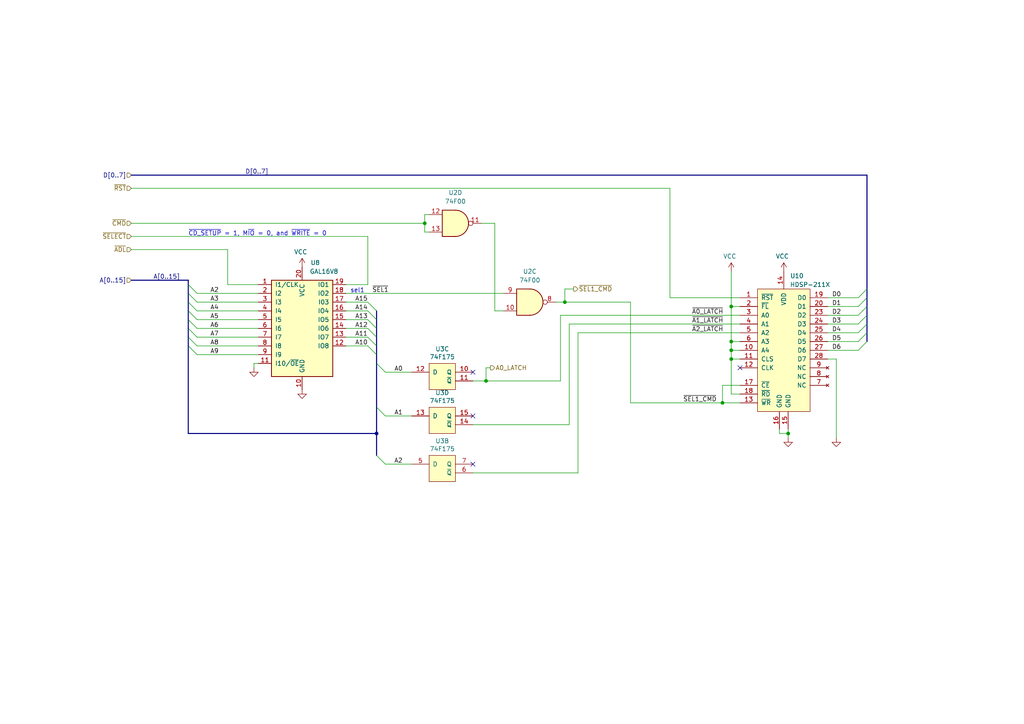
<source format=kicad_sch>
(kicad_sch (version 20211123) (generator eeschema)
  (paper "A4")
  (title_block (title "MC Mechanic") (company "(C) 2022 Tube Time") (comment 1 "http://creativecommons.org/licenses/by-sa/4.0/") (comment 2 "To view a copy of this license, visit") (comment 3 "Attribution-ShareAlike 4.0 International License.") (comment 4 "This work is licensed under the Creative Commons"))
  (lib_symbols
    (symbol "74xx:74LS00" (pin_names (offset 1.016))
      (property "Reference" "U" (at 0 1.27 0))
      (property "Value" "74LS00" (at 0 -1.27 0))
      (symbol "74LS00_1_1"
        (arc (start 0 -3.81) (mid 3.81 0) (end 0 3.81) (stroke (width 0.254)) (fill (type background)))
        (polyline (pts (xy 0 3.81) (xy -3.81 3.81) (xy -3.81 -3.81) (xy 0 -3.81)) (stroke (width 0.254)) (fill (type background)))
        (pin input line (at -7.62 2.54 0) (length 3.81) (name "~") (number "1"))
        (pin input line (at -7.62 -2.54 0) (length 3.81) (name "~") (number "2"))
        (pin output inverted (at 7.62 0 180) (length 3.81) (name "~") (number "3"))
      )
      (symbol "74LS00_1_2"
        (arc (start -3.81 -3.81) (mid -2.589 0) (end -3.81 3.81) (stroke (width 0.254)))
        (arc (start -0.6096 -3.81) (mid 2.1855 -2.584) (end 3.81 0) (stroke (width 0.254)) (fill (type background)))
        (polyline (pts (xy -3.81 -3.81) (xy -0.635 -3.81)) (stroke (width 0.254)) (fill (type background)))
        (polyline (pts (xy -3.81 3.81) (xy -0.635 3.81)) (stroke (width 0.254)) (fill (type background)))
        (polyline (pts (xy -0.635 3.81) (xy -3.81 3.81) (xy -3.81 3.81) (xy -3.556 3.4036) (xy -3.0226 2.2606) (xy -2.6924 1.0414) (xy -2.6162 -0.254) (xy -2.7686 -1.4986) (xy -3.175 -2.7178) (xy -3.81 -3.81) (xy -3.81 -3.81) (xy -0.635 -3.81)) (stroke (width -25.4)) (fill (type background)))
        (arc (start 3.81 0) (mid 2.1928 2.5925) (end -0.6096 3.81) (stroke (width 0.254)) (fill (type background)))
        (pin input inverted (at -7.62 2.54 0) (length 4.318) (name "~") (number "1"))
        (pin input inverted (at -7.62 -2.54 0) (length 4.318) (name "~") (number "2"))
        (pin output line (at 7.62 0 180) (length 3.81) (name "~") (number "3"))
      )
      (symbol "74LS00_2_1"
        (arc (start 0 -3.81) (mid 3.81 0) (end 0 3.81) (stroke (width 0.254)) (fill (type background)))
        (polyline (pts (xy 0 3.81) (xy -3.81 3.81) (xy -3.81 -3.81) (xy 0 -3.81)) (stroke (width 0.254)) (fill (type background)))
        (pin input line (at -7.62 2.54 0) (length 3.81) (name "~") (number "4"))
        (pin input line (at -7.62 -2.54 0) (length 3.81) (name "~") (number "5"))
        (pin output inverted (at 7.62 0 180) (length 3.81) (name "~") (number "6"))
      )
      (symbol "74LS00_2_2"
        (arc (start -3.81 -3.81) (mid -2.589 0) (end -3.81 3.81) (stroke (width 0.254)))
        (arc (start -0.6096 -3.81) (mid 2.1855 -2.584) (end 3.81 0) (stroke (width 0.254)) (fill (type background)))
        (polyline (pts (xy -3.81 -3.81) (xy -0.635 -3.81)) (stroke (width 0.254)) (fill (type background)))
        (polyline (pts (xy -3.81 3.81) (xy -0.635 3.81)) (stroke (width 0.254)) (fill (type background)))
        (polyline (pts (xy -0.635 3.81) (xy -3.81 3.81) (xy -3.81 3.81) (xy -3.556 3.4036) (xy -3.0226 2.2606) (xy -2.6924 1.0414) (xy -2.6162 -0.254) (xy -2.7686 -1.4986) (xy -3.175 -2.7178) (xy -3.81 -3.81) (xy -3.81 -3.81) (xy -0.635 -3.81)) (stroke (width -25.4)) (fill (type background)))
        (arc (start 3.81 0) (mid 2.1928 2.5925) (end -0.6096 3.81) (stroke (width 0.254)) (fill (type background)))
        (pin input inverted (at -7.62 2.54 0) (length 4.318) (name "~") (number "4"))
        (pin input inverted (at -7.62 -2.54 0) (length 4.318) (name "~") (number "5"))
        (pin output line (at 7.62 0 180) (length 3.81) (name "~") (number "6"))
      )
      (symbol "74LS00_3_1"
        (arc (start 0 -3.81) (mid 3.81 0) (end 0 3.81) (stroke (width 0.254)) (fill (type background)))
        (polyline (pts (xy 0 3.81) (xy -3.81 3.81) (xy -3.81 -3.81) (xy 0 -3.81)) (stroke (width 0.254)) (fill (type background)))
        (pin input line (at -7.62 -2.54 0) (length 3.81) (name "~") (number "10"))
        (pin output inverted (at 7.62 0 180) (length 3.81) (name "~") (number "8"))
        (pin input line (at -7.62 2.54 0) (length 3.81) (name "~") (number "9"))
      )
      (symbol "74LS00_3_2"
        (arc (start -3.81 -3.81) (mid -2.589 0) (end -3.81 3.81) (stroke (width 0.254)))
        (arc (start -0.6096 -3.81) (mid 2.1855 -2.584) (end 3.81 0) (stroke (width 0.254)) (fill (type background)))
        (polyline (pts (xy -3.81 -3.81) (xy -0.635 -3.81)) (stroke (width 0.254)) (fill (type background)))
        (polyline (pts (xy -3.81 3.81) (xy -0.635 3.81)) (stroke (width 0.254)) (fill (type background)))
        (polyline (pts (xy -0.635 3.81) (xy -3.81 3.81) (xy -3.81 3.81) (xy -3.556 3.4036) (xy -3.0226 2.2606) (xy -2.6924 1.0414) (xy -2.6162 -0.254) (xy -2.7686 -1.4986) (xy -3.175 -2.7178) (xy -3.81 -3.81) (xy -3.81 -3.81) (xy -0.635 -3.81)) (stroke (width -25.4)) (fill (type background)))
        (arc (start 3.81 0) (mid 2.1928 2.5925) (end -0.6096 3.81) (stroke (width 0.254)) (fill (type background)))
        (pin input inverted (at -7.62 -2.54 0) (length 4.318) (name "~") (number "10"))
        (pin output line (at 7.62 0 180) (length 3.81) (name "~") (number "8"))
        (pin input inverted (at -7.62 2.54 0) (length 4.318) (name "~") (number "9"))
      )
      (symbol "74LS00_4_1"
        (arc (start 0 -3.81) (mid 3.81 0) (end 0 3.81) (stroke (width 0.254)) (fill (type background)))
        (polyline (pts (xy 0 3.81) (xy -3.81 3.81) (xy -3.81 -3.81) (xy 0 -3.81)) (stroke (width 0.254)) (fill (type background)))
        (pin output inverted (at 7.62 0 180) (length 3.81) (name "~") (number "11"))
        (pin input line (at -7.62 2.54 0) (length 3.81) (name "~") (number "12"))
        (pin input line (at -7.62 -2.54 0) (length 3.81) (name "~") (number "13"))
      )
      (symbol "74LS00_4_2"
        (arc (start -3.81 -3.81) (mid -2.589 0) (end -3.81 3.81) (stroke (width 0.254)))
        (arc (start -0.6096 -3.81) (mid 2.1855 -2.584) (end 3.81 0) (stroke (width 0.254)) (fill (type background)))
        (polyline (pts (xy -3.81 -3.81) (xy -0.635 -3.81)) (stroke (width 0.254)) (fill (type background)))
        (polyline (pts (xy -3.81 3.81) (xy -0.635 3.81)) (stroke (width 0.254)) (fill (type background)))
        (polyline (pts (xy -0.635 3.81) (xy -3.81 3.81) (xy -3.81 3.81) (xy -3.556 3.4036) (xy -3.0226 2.2606) (xy -2.6924 1.0414) (xy -2.6162 -0.254) (xy -2.7686 -1.4986) (xy -3.175 -2.7178) (xy -3.81 -3.81) (xy -3.81 -3.81) (xy -0.635 -3.81)) (stroke (width -25.4)) (fill (type background)))
        (arc (start 3.81 0) (mid 2.1928 2.5925) (end -0.6096 3.81) (stroke (width 0.254)) (fill (type background)))
        (pin output line (at 7.62 0 180) (length 3.81) (name "~") (number "11"))
        (pin input inverted (at -7.62 2.54 0) (length 4.318) (name "~") (number "12"))
        (pin input inverted (at -7.62 -2.54 0) (length 4.318) (name "~") (number "13"))
      )
      (symbol "74LS00_5_0"
        (pin power_in line (at 0 12.7 270) (length 5.08) (name "VCC") (number "14"))
        (pin power_in line (at 0 -12.7 90) (length 5.08) (name "GND") (number "7"))
      )
      (symbol "74LS00_5_1"
        (rectangle (start -5.08 7.62) (end 5.08 -7.62) (stroke (width 0.254)) (fill (type background)))
      )
    )
    (symbol "Logic_Programmable:GAL16V8" (pin_names (offset 1.016))
      (property "Reference" "U" (at -8.89 16.51 0))
      (property "Value" "GAL16V8" (at 1.27 16.51 0))
      (symbol "GAL16V8_0_0"
        (pin power_in line (at 0 -17.78 90) (length 3.81) (name "GND") (number "10"))
        (pin power_in line (at 0 17.78 270) (length 3.81) (name "VCC") (number "20"))
      )
      (symbol "GAL16V8_0_1"
        (rectangle (start -8.89 13.97) (end 8.89 -13.97) (stroke (width 0.254)) (fill (type background)))
      )
      (symbol "GAL16V8_1_1"
        (pin input line (at -12.7 12.7 0) (length 3.81) (name "I1/CLK") (number "1"))
        (pin input line (at -12.7 -10.16 0) (length 3.81) (name "I10/~{OE}") (number "11"))
        (pin tri_state line (at 12.7 -5.08 180) (length 3.81) (name "IO8") (number "12"))
        (pin tri_state line (at 12.7 -2.54 180) (length 3.81) (name "IO7") (number "13"))
        (pin tri_state line (at 12.7 0 180) (length 3.81) (name "IO6") (number "14"))
        (pin tri_state line (at 12.7 2.54 180) (length 3.81) (name "IO5") (number "15"))
        (pin tri_state line (at 12.7 5.08 180) (length 3.81) (name "IO4") (number "16"))
        (pin tri_state line (at 12.7 7.62 180) (length 3.81) (name "I03") (number "17"))
        (pin tri_state line (at 12.7 10.16 180) (length 3.81) (name "IO2") (number "18"))
        (pin tri_state line (at 12.7 12.7 180) (length 3.81) (name "IO1") (number "19"))
        (pin input line (at -12.7 10.16 0) (length 3.81) (name "I2") (number "2"))
        (pin input line (at -12.7 7.62 0) (length 3.81) (name "I3") (number "3"))
        (pin input line (at -12.7 5.08 0) (length 3.81) (name "I4") (number "4"))
        (pin input line (at -12.7 2.54 0) (length 3.81) (name "I5") (number "5"))
        (pin input line (at -12.7 0 0) (length 3.81) (name "I6") (number "6"))
        (pin input line (at -12.7 -2.54 0) (length 3.81) (name "I7") (number "7"))
        (pin input line (at -12.7 -5.08 0) (length 3.81) (name "I8") (number "8"))
        (pin input line (at -12.7 -7.62 0) (length 3.81) (name "I9") (number "9"))
      )
    )
    (symbol "discretes_new:HDSP-211X" (pin_names (offset 1.016))
      (property "Reference" "U" (at 15.24 3.81 0))
      (property "Value" "HDSP-211X" (at 19.05 1.27 0))
      (symbol "HDSP-211X_0_1"
        (rectangle (start 0 0) (end 15.24 -35.56) (fill (type background)))
      )
      (symbol "HDSP-211X_1_1"
        (pin input line (at -5.08 -2.54 0) (length 5.08) (name "~{RST}") (number "1"))
        (pin input line (at -5.08 -17.78 0) (length 5.08) (name "A4") (number "10"))
        (pin input line (at -5.08 -20.32 0) (length 5.08) (name "CLS") (number "11"))
        (pin input line (at -5.08 -22.86 0) (length 5.08) (name "CLK") (number "12"))
        (pin input line (at -5.08 -33.02 0) (length 5.08) (name "~{WR}") (number "13"))
        (pin power_in line (at 7.62 5.08 270) (length 5.08) (name "VDD") (number "14"))
        (pin power_in line (at 8.89 -40.64 90) (length 5.08) (name "GND") (number "15"))
        (pin power_in line (at 6.35 -40.64 90) (length 5.08) (name "GND") (number "16"))
        (pin input line (at -5.08 -27.94 0) (length 5.08) (name "~{CE}") (number "17"))
        (pin input line (at -5.08 -30.48 0) (length 5.08) (name "~{RD}") (number "18"))
        (pin bidirectional line (at 20.32 -2.54 180) (length 5.08) (name "D0") (number "19"))
        (pin input line (at -5.08 -5.08 0) (length 5.08) (name "~{FL}") (number "2"))
        (pin bidirectional line (at 20.32 -5.08 180) (length 5.08) (name "D1") (number "20"))
        (pin bidirectional line (at 20.32 -7.62 180) (length 5.08) (name "D2") (number "23"))
        (pin bidirectional line (at 20.32 -10.16 180) (length 5.08) (name "D3") (number "24"))
        (pin bidirectional line (at 20.32 -12.7 180) (length 5.08) (name "D4") (number "25"))
        (pin bidirectional line (at 20.32 -15.24 180) (length 5.08) (name "D5") (number "26"))
        (pin bidirectional line (at 20.32 -17.78 180) (length 5.08) (name "D6") (number "27"))
        (pin bidirectional line (at 20.32 -20.32 180) (length 5.08) (name "D7") (number "28"))
        (pin input line (at -5.08 -7.62 0) (length 5.08) (name "A0") (number "3"))
        (pin input line (at -5.08 -10.16 0) (length 5.08) (name "A1") (number "4"))
        (pin input line (at -5.08 -12.7 0) (length 5.08) (name "A2") (number "5"))
        (pin input line (at -5.08 -15.24 0) (length 5.08) (name "A3") (number "6"))
        (pin no_connect line (at 20.32 -27.94 180) (length 5.08) (name "NC") (number "7"))
        (pin no_connect line (at 20.32 -25.4 180) (length 5.08) (name "NC") (number "8"))
        (pin no_connect line (at 20.32 -22.86 180) (length 5.08) (name "NC") (number "9"))
      )
    )
    (symbol "logic:74X175" (pin_names (offset 1.016))
      (property "Reference" "U" (at 8.89 3.81 0))
      (property "Value" "74X175" (at 11.43 1.27 0))
      (symbol "74X175_1_1"
        (rectangle (start 0 0) (end 7.62 -7.62) (fill (type background)))
        (pin output line (at 12.7 -2.54 180) (length 5.08) (name "Q") (number "2"))
        (pin output line (at 12.7 -5.08 180) (length 5.08) (name "~{Q}") (number "3"))
        (pin input line (at -5.08 -2.54 0) (length 5.08) (name "D") (number "4"))
      )
      (symbol "74X175_2_1"
        (rectangle (start 0 0) (end 7.62 -7.62) (fill (type background)))
        (pin input line (at -5.08 -2.54 0) (length 5.08) (name "D") (number "5"))
        (pin output line (at 12.7 -5.08 180) (length 5.08) (name "~{Q}") (number "6"))
        (pin output line (at 12.7 -2.54 180) (length 5.08) (name "Q") (number "7"))
      )
      (symbol "74X175_3_1"
        (rectangle (start 0 0) (end 7.62 -7.62) (fill (type background)))
        (pin output line (at 12.7 -2.54 180) (length 5.08) (name "Q") (number "10"))
        (pin output line (at 12.7 -5.08 180) (length 5.08) (name "~{Q}") (number "11"))
        (pin input line (at -5.08 -2.54 0) (length 5.08) (name "D") (number "12"))
      )
      (symbol "74X175_4_1"
        (rectangle (start 0 0) (end 7.62 -7.62) (fill (type background)))
        (pin input line (at -5.08 -2.54 0) (length 5.08) (name "D") (number "13"))
        (pin output line (at 12.7 -5.08 180) (length 5.08) (name "~{Q}") (number "14"))
        (pin output line (at 12.7 -2.54 180) (length 5.08) (name "Q") (number "15"))
      )
      (symbol "74X175_5_1"
        (rectangle (start 0 0) (end 11.43 -11.43) (fill (type background)))
        (pin input line (at -5.08 -7.62 0) (length 5.08) (name "~{MR}") (number "1"))
        (pin power_in line (at 6.35 5.08 270) (length 5.08) (name "VCC") (number "16"))
        (pin power_in line (at 6.35 -16.51 90) (length 5.08) (name "GND") (number "8"))
        (pin input clock (at -5.08 -5.08 0) (length 5.08) (name "CP") (number "9"))
      )
    )
    (symbol "power:GND" (power) (pin_names (offset 0))
      (property "Value" "GND" (at 0 -3.81 0))
      (symbol "GND_0_1"
        (polyline (pts (xy 0 0) (xy 0 -1.27) (xy 1.27 -1.27) (xy 0 -2.54) (xy -1.27 -1.27) (xy 0 -1.27)))
      )
      (symbol "GND_1_1"
        (pin power_in line (at 0 0 270) (length 0) hide (name "GND") (number "1"))
      )
    )
    (symbol "power:VCC" (power) (pin_names (offset 0))
      (property "Value" "VCC" (at 0 3.81 0))
      (symbol "VCC_0_1"
        (polyline (pts (xy -0.762 1.27) (xy 0 2.54)))
        (polyline (pts (xy 0 0) (xy 0 2.54)))
        (polyline (pts (xy 0 2.54) (xy 0.762 1.27)))
      )
      (symbol "VCC_1_1"
        (pin power_in line (at 0 0 90) (length 0) hide (name "VCC") (number "1"))
      )
    )
  )
  (junction (at 228.6 125.73))
  (junction (at 123.19 64.77))
  (junction (at 212.09 99.06))
  (junction (at 212.09 88.9))
  (junction (at 109.22 125.73))
  (junction (at 140.97 110.49))
  (junction (at 163.83 87.63))
  (junction (at 209.55 116.84))
  (junction (at 212.09 104.14))
  (junction (at 212.09 101.6))
  (no_connect (at 137.16 120.65))
  (no_connect (at 137.16 107.95))
  (no_connect (at 214.63 106.68))
  (no_connect (at 137.16 134.62))
  (bus_entry (at 54.61 87.63) (size 2.54 2.54))
  (bus_entry (at 109.22 105.41) (size 2.54 2.54))
  (bus_entry (at 248.92 96.52) (size 2.54 -2.54))
  (bus_entry (at 248.92 86.36) (size 2.54 -2.54))
  (bus_entry (at 248.92 101.6) (size 2.54 -2.54))
  (bus_entry (at 54.61 85.09) (size 2.54 2.54))
  (bus_entry (at 248.92 91.44) (size 2.54 -2.54))
  (bus_entry (at 248.92 88.9) (size 2.54 -2.54))
  (bus_entry (at 106.68 100.33) (size 2.54 2.54))
  (bus_entry (at 106.68 95.25) (size 2.54 2.54))
  (bus_entry (at 54.61 95.25) (size 2.54 2.54))
  (bus_entry (at 106.68 90.17) (size 2.54 2.54))
  (bus_entry (at 106.68 97.79) (size 2.54 2.54))
  (bus_entry (at 106.68 87.63) (size 2.54 2.54))
  (bus_entry (at 54.61 82.55) (size 2.54 2.54))
  (bus_entry (at 109.22 132.08) (size 2.54 2.54))
  (bus_entry (at 54.61 97.79) (size 2.54 2.54))
  (bus_entry (at 248.92 99.06) (size 2.54 -2.54))
  (bus_entry (at 54.61 92.71) (size 2.54 2.54))
  (bus_entry (at 54.61 100.33) (size 2.54 2.54))
  (bus_entry (at 54.61 90.17) (size 2.54 2.54))
  (bus_entry (at 106.68 92.71) (size 2.54 2.54))
  (bus_entry (at 248.92 93.98) (size 2.54 -2.54))
  (bus_entry (at 109.22 118.11) (size 2.54 2.54))
  (bus (pts (xy 109.22 105.41) (xy 109.22 118.11)))
  (wire (pts (xy 226.06 125.73) (xy 226.06 124.46)))
  (wire (pts (xy 163.83 83.82) (xy 163.83 87.63)))
  (wire (pts (xy 228.6 127) (xy 228.6 125.73)))
  (bus (pts (xy 54.61 90.17) (xy 54.61 92.71)))
  (wire (pts (xy 100.33 85.09) (xy 146.05 85.09)))
  (wire (pts (xy 214.63 101.6) (xy 212.09 101.6)))
  (wire (pts (xy 209.55 116.84) (xy 214.63 116.84)))
  (wire (pts (xy 66.04 82.55) (xy 74.93 82.55)))
  (bus (pts (xy 54.61 81.28) (xy 54.61 82.55)))
  (wire (pts (xy 212.09 88.9) (xy 212.09 78.74)))
  (bus (pts (xy 54.61 85.09) (xy 54.61 87.63)))
  (wire (pts (xy 214.63 88.9) (xy 212.09 88.9)))
  (wire (pts (xy 240.03 91.44) (xy 248.92 91.44)))
  (bus (pts (xy 38.1 50.8) (xy 251.46 50.8)))
  (wire (pts (xy 106.68 68.58) (xy 106.68 82.55)))
  (wire (pts (xy 38.1 64.77) (xy 123.19 64.77)))
  (wire (pts (xy 165.1 93.98) (xy 214.63 93.98)))
  (wire (pts (xy 214.63 91.44) (xy 162.56 91.44)))
  (wire (pts (xy 111.76 107.95) (xy 119.38 107.95)))
  (bus (pts (xy 251.46 83.82) (xy 251.46 50.8)))
  (bus (pts (xy 54.61 125.73) (xy 109.22 125.73)))
  (bus (pts (xy 109.22 125.73) (xy 109.22 132.08)))
  (wire (pts (xy 214.63 104.14) (xy 212.09 104.14)))
  (wire (pts (xy 100.33 82.55) (xy 106.68 82.55)))
  (wire (pts (xy 228.6 125.73) (xy 226.06 125.73)))
  (wire (pts (xy 209.55 111.76) (xy 214.63 111.76)))
  (wire (pts (xy 242.57 104.14) (xy 242.57 127)))
  (wire (pts (xy 123.19 67.31) (xy 124.46 67.31)))
  (wire (pts (xy 111.76 134.62) (xy 119.38 134.62)))
  (wire (pts (xy 165.1 93.98) (xy 165.1 123.19)))
  (wire (pts (xy 57.15 95.25) (xy 74.93 95.25)))
  (wire (pts (xy 143.51 90.17) (xy 146.05 90.17)))
  (bus (pts (xy 109.22 100.33) (xy 109.22 102.87)))
  (wire (pts (xy 209.55 116.84) (xy 182.88 116.84)))
  (wire (pts (xy 209.55 116.84) (xy 209.55 111.76)))
  (bus (pts (xy 109.22 90.17) (xy 109.22 92.71)))
  (bus (pts (xy 251.46 96.52) (xy 251.46 99.06)))
  (bus (pts (xy 54.61 92.71) (xy 54.61 95.25)))
  (wire (pts (xy 161.29 87.63) (xy 163.83 87.63)))
  (wire (pts (xy 240.03 86.36) (xy 248.92 86.36)))
  (wire (pts (xy 100.33 97.79) (xy 106.68 97.79)))
  (wire (pts (xy 73.66 105.41) (xy 73.66 106.68)))
  (bus (pts (xy 251.46 86.36) (xy 251.46 88.9)))
  (bus (pts (xy 109.22 97.79) (xy 109.22 100.33)))
  (wire (pts (xy 38.1 54.61) (xy 194.31 54.61)))
  (wire (pts (xy 74.93 102.87) (xy 57.15 102.87)))
  (wire (pts (xy 123.19 64.77) (xy 123.19 62.23)))
  (wire (pts (xy 240.03 93.98) (xy 248.92 93.98)))
  (wire (pts (xy 142.24 106.68) (xy 140.97 106.68)))
  (bus (pts (xy 109.22 102.87) (xy 109.22 105.41)))
  (wire (pts (xy 182.88 116.84) (xy 182.88 87.63)))
  (wire (pts (xy 137.16 110.49) (xy 140.97 110.49)))
  (wire (pts (xy 212.09 104.14) (xy 212.09 101.6)))
  (bus (pts (xy 54.61 97.79) (xy 54.61 100.33)))
  (wire (pts (xy 212.09 101.6) (xy 212.09 99.06)))
  (wire (pts (xy 240.03 101.6) (xy 248.92 101.6)))
  (wire (pts (xy 66.04 72.39) (xy 66.04 82.55)))
  (wire (pts (xy 100.33 87.63) (xy 106.68 87.63)))
  (wire (pts (xy 214.63 99.06) (xy 212.09 99.06)))
  (wire (pts (xy 240.03 88.9) (xy 248.92 88.9)))
  (wire (pts (xy 139.7 64.77) (xy 143.51 64.77)))
  (wire (pts (xy 57.15 100.33) (xy 74.93 100.33)))
  (wire (pts (xy 74.93 92.71) (xy 57.15 92.71)))
  (wire (pts (xy 167.64 96.52) (xy 167.64 137.16)))
  (wire (pts (xy 38.1 72.39) (xy 66.04 72.39)))
  (wire (pts (xy 212.09 114.3) (xy 212.09 104.14)))
  (wire (pts (xy 240.03 99.06) (xy 248.92 99.06)))
  (bus (pts (xy 251.46 88.9) (xy 251.46 91.44)))
  (bus (pts (xy 54.61 82.55) (xy 54.61 85.09)))
  (bus (pts (xy 109.22 95.25) (xy 109.22 97.79)))
  (bus (pts (xy 109.22 118.11) (xy 109.22 125.73)))
  (wire (pts (xy 57.15 85.09) (xy 74.93 85.09)))
  (wire (pts (xy 106.68 90.17) (xy 100.33 90.17)))
  (bus (pts (xy 251.46 91.44) (xy 251.46 93.98)))
  (bus (pts (xy 109.22 92.71) (xy 109.22 95.25)))
  (bus (pts (xy 251.46 93.98) (xy 251.46 96.52)))
  (wire (pts (xy 162.56 91.44) (xy 162.56 110.49)))
  (bus (pts (xy 54.61 95.25) (xy 54.61 97.79)))
  (bus (pts (xy 54.61 81.28) (xy 38.1 81.28)))
  (wire (pts (xy 240.03 104.14) (xy 242.57 104.14)))
  (wire (pts (xy 123.19 62.23) (xy 124.46 62.23)))
  (bus (pts (xy 251.46 83.82) (xy 251.46 86.36)))
  (wire (pts (xy 74.93 97.79) (xy 57.15 97.79)))
  (wire (pts (xy 214.63 96.52) (xy 167.64 96.52)))
  (wire (pts (xy 137.16 137.16) (xy 167.64 137.16)))
  (wire (pts (xy 194.31 86.36) (xy 194.31 54.61)))
  (wire (pts (xy 100.33 95.25) (xy 106.68 95.25)))
  (wire (pts (xy 57.15 87.63) (xy 74.93 87.63)))
  (wire (pts (xy 74.93 90.17) (xy 57.15 90.17)))
  (wire (pts (xy 137.16 123.19) (xy 165.1 123.19)))
  (bus (pts (xy 54.61 87.63) (xy 54.61 90.17)))
  (wire (pts (xy 166.37 83.82) (xy 163.83 83.82)))
  (wire (pts (xy 143.51 64.77) (xy 143.51 90.17)))
  (wire (pts (xy 100.33 92.71) (xy 106.68 92.71)))
  (wire (pts (xy 228.6 125.73) (xy 228.6 124.46)))
  (wire (pts (xy 240.03 96.52) (xy 248.92 96.52)))
  (wire (pts (xy 214.63 86.36) (xy 194.31 86.36)))
  (wire (pts (xy 212.09 99.06) (xy 212.09 88.9)))
  (wire (pts (xy 140.97 110.49) (xy 162.56 110.49)))
  (wire (pts (xy 38.1 68.58) (xy 106.68 68.58)))
  (wire (pts (xy 74.93 105.41) (xy 73.66 105.41)))
  (wire (pts (xy 140.97 106.68) (xy 140.97 110.49)))
  (bus (pts (xy 54.61 100.33) (xy 54.61 125.73)))
  (wire (pts (xy 100.33 100.33) (xy 106.68 100.33)))
  (wire (pts (xy 214.63 114.3) (xy 212.09 114.3)))
  (wire (pts (xy 123.19 64.77) (xy 123.19 67.31)))
  (wire (pts (xy 163.83 87.63) (xy 182.88 87.63)))
  (wire (pts (xy 111.76 120.65) (xy 119.38 120.65)))
  (text "~{CD_SETUP} = 1, M~{IO} = 0, and ~{WRITE} = 0" (at 54.61 68.58 0) (effects (font (size 1.27 1.27)) (justify left bottom)))
  (text "sel1" (at 101.6 85.09 0) (effects (font (size 1.27 1.27)) (justify left bottom)))
  (label "D[0..7]" (at 71.12 50.8 0))
  (label "~{A2_LATCH}" (at 200.66 96.52 0))
  (label "A14" (at 106.68 90.17 180))
  (label "D5" (at 241.3 99.06 0))
  (label "A4" (at 60.96 90.17 0))
  (label "A2" (at 60.96 85.09 0))
  (label "A7" (at 60.96 97.79 0))
  (label "D6" (at 241.3 101.6 0))
  (label "D4" (at 241.3 96.52 0))
  (label "A5" (at 60.96 92.71 0))
  (label "D0" (at 241.3 86.36 0))
  (label "D1" (at 241.3 88.9 0))
  (label "A13" (at 106.68 92.71 180))
  (label "D3" (at 241.3 93.98 0))
  (label "~{SEL1}" (at 107.95 85.09 0))
  (label "A3" (at 60.96 87.63 0))
  (label "A1" (at 116.84 120.65 180))
  (label "~{SEL1_CMD}" (at 198.12 116.84 0))
  (label "D2" (at 241.3 91.44 0))
  (label "A9" (at 60.96 102.87 0))
  (label "A12" (at 106.68 95.25 180))
  (label "A10" (at 106.68 100.33 180))
  (label "A6" (at 60.96 95.25 0))
  (label "A0" (at 116.84 107.95 180))
  (label "A8" (at 60.96 100.33 0))
  (label "A2" (at 114.3 134.62 0))
  (label "A[0..15]" (at 44.45 81.28 0))
  (label "A11" (at 106.68 97.79 180))
  (label "~{A1_LATCH}" (at 200.66 93.98 0))
  (label "~{A0_LATCH}" (at 200.66 91.44 0))
  (label "A15" (at 106.68 87.63 180))
  (hierarchical_label "D[0..7]" (shape input) (at 38.1 50.8 180))
  (hierarchical_label "~{SELECT}" (shape input) (at 38.1 68.58 180))
  (hierarchical_label "~{CMD}" (shape input) (at 38.1 64.77 180))
  (hierarchical_label "~{SEL1_CMD}" (shape output) (at 166.37 83.82 0))
  (hierarchical_label "A[0..15]" (shape input) (at 38.1 81.28 180))
  (hierarchical_label "A0_LATCH" (shape output) (at 142.24 106.68 0))
  (hierarchical_label "~{RST}" (shape input) (at 38.1 54.61 180))
  (hierarchical_label "~{ADL}" (shape input) (at 38.1 72.39 180))
  (symbol (lib_id "power:GND") (at 73.66 106.68 0) (mirror y) (unit 1)
    (property "Reference" "#PWR038" (effects hide))
    (property "Value" "GND" (effects hide))
  )
  (symbol (lib_id "power:GND") (at 87.63 113.03 0) (mirror y) (unit 1)
    (property "Reference" "#PWR040" (effects hide))
    (property "Value" "GND" (effects hide))
  )
  (symbol (lib_id "power:VCC") (at 87.63 77.47 0) (mirror y) (unit 1)
    (property "Reference" "#PWR039" (effects hide))
    (property "Value" "VCC" (at 87.1982 73.0758 0))
  )
  (symbol (lib_id "discretes_new:HDSP-211X") (at 219.71 83.82 0) (unit 1)
    (property "Reference" "U10" (at 231.14 80.01 0))
    (property "Value" "HDSP-211X" (at 234.95 82.55 0))
    (property "Footprint" "Active:HDSP-211X" (effects hide))
    (property "Mouser" "630-HDSP-2113" (effects hide))
  )
  (symbol (lib_id "power:GND") (at 228.6 127 0) (mirror y) (unit 1)
    (property "Reference" "#PWR043" (effects hide))
    (property "Value" "GND" (effects hide))
  )
  (symbol (lib_id "power:VCC") (at 227.33 78.74 0) (mirror y) (unit 1)
    (property "Reference" "#PWR042" (effects hide))
    (property "Value" "VCC" (at 226.8982 74.3458 0))
  )
  (symbol (lib_id "power:GND") (at 242.57 127 0) (mirror y) (unit 1)
    (property "Reference" "#PWR044" (effects hide))
    (property "Value" "GND" (effects hide))
  )
  (symbol (lib_id "power:VCC") (at 212.09 78.74 0) (mirror y) (unit 1)
    (property "Reference" "#PWR041" (effects hide))
    (property "Value" "VCC" (at 211.6582 74.3458 0))
  )
  (symbol (lib_id "logic:74X175") (at 124.46 105.41 0) (unit 3)
    (property "Reference" "U3" (at 128.27 101.219 0))
    (property "Value" "74F175" (at 128.27 103.5304 0))
    (property "Footprint" "Active:DIP254P762X635-16" (effects hide))
    (property "Mouser" "595-SN74F175N" (effects hide))
  )
  (symbol (lib_id "logic:74X175") (at 124.46 118.11 0) (unit 4)
    (property "Reference" "U3" (at 128.27 113.919 0))
    (property "Value" "74F175" (at 128.27 116.2304 0))
    (property "Footprint" "Active:DIP254P762X635-16" (effects hide))
    (property "Mouser" "595-SN74F175N" (effects hide))
  )
  (symbol (lib_id "Logic_Programmable:GAL16V8") (at 87.63 95.25 0) (unit 1)
    (property "Reference" "U8" (at 91.44 76.2 0))
    (property "Value" "GAL16V8" (at 93.98 78.74 0))
    (property "Footprint" "Active:DIP254P762X635-20" (effects hide))
    (property "Mouser" "556-AF16V8CZ15PU" (effects hide))
  )
  (symbol (lib_id "74xx:74LS00") (at 153.67 87.63 0) (unit 3)
    (property "Reference" "U2" (at 153.67 78.74 0))
    (property "Value" "74F00" (at 153.67 81.28 0))
    (property "Footprint" "Active:DIP254P762X635-14" (effects hide))
    (property "Datasheet" "http://www.ti.com/lit/gpn/sn74ls00" (effects hide))
    (property "Mouser" "595-SN74F00NE4" (effects hide))
  )
  (symbol (lib_id "74xx:74LS00") (at 132.08 64.77 0) (unit 4)
    (property "Reference" "U2" (at 132.08 55.88 0))
    (property "Value" "74F00" (at 132.08 58.42 0))
    (property "Footprint" "Active:DIP254P762X635-14" (effects hide))
    (property "Datasheet" "http://www.ti.com/lit/gpn/sn74ls00" (effects hide))
    (property "Mouser" "595-SN74F00NE4" (effects hide))
  )
  (symbol (lib_id "logic:74X175") (at 124.46 132.08 0) (unit 2)
    (property "Reference" "U3" (at 128.27 127.889 0))
    (property "Value" "74F175" (at 128.27 130.2004 0))
    (property "Footprint" "Active:DIP254P762X635-16" (effects hide))
    (property "Mouser" "595-SN74F175N" (effects hide))
  )
)
</source>
